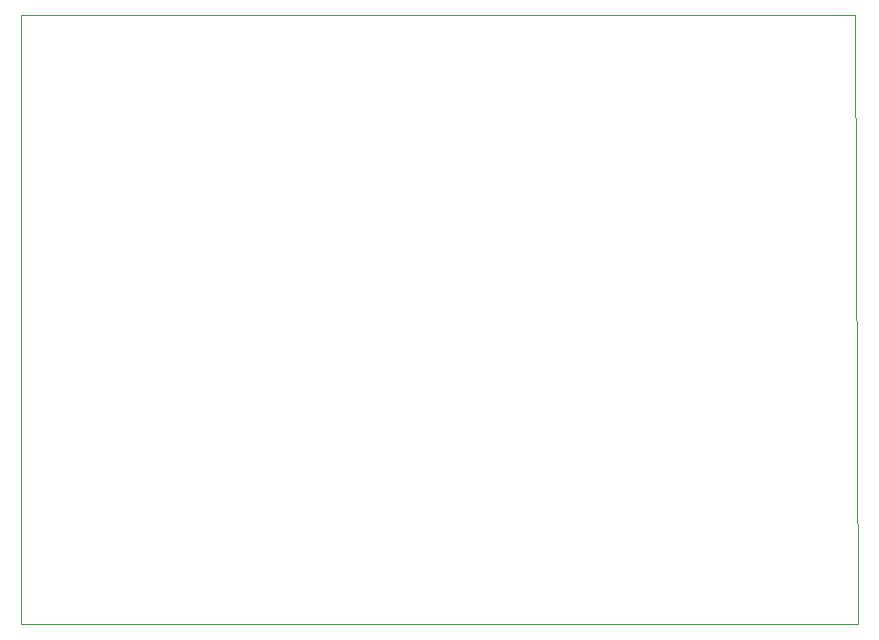
<source format=gbr>
G04 #@! TF.GenerationSoftware,KiCad,Pcbnew,(5.1.5-0-10_14)*
G04 #@! TF.CreationDate,2021-10-24T14:34:02+10:00*
G04 #@! TF.ProjectId,PowerDistribution,506f7765-7244-4697-9374-726962757469,rev?*
G04 #@! TF.SameCoordinates,Original*
G04 #@! TF.FileFunction,Profile,NP*
%FSLAX46Y46*%
G04 Gerber Fmt 4.6, Leading zero omitted, Abs format (unit mm)*
G04 Created by KiCad (PCBNEW (5.1.5-0-10_14)) date 2021-10-24 14:34:02*
%MOMM*%
%LPD*%
G04 APERTURE LIST*
%ADD10C,0.050000*%
G04 APERTURE END LIST*
D10*
X171958000Y-106934000D02*
X171704000Y-55372000D01*
X101092000Y-106934000D02*
X171958000Y-106934000D01*
X101092000Y-55372000D02*
X101092000Y-106934000D01*
X171704000Y-55372000D02*
X101092000Y-55372000D01*
M02*

</source>
